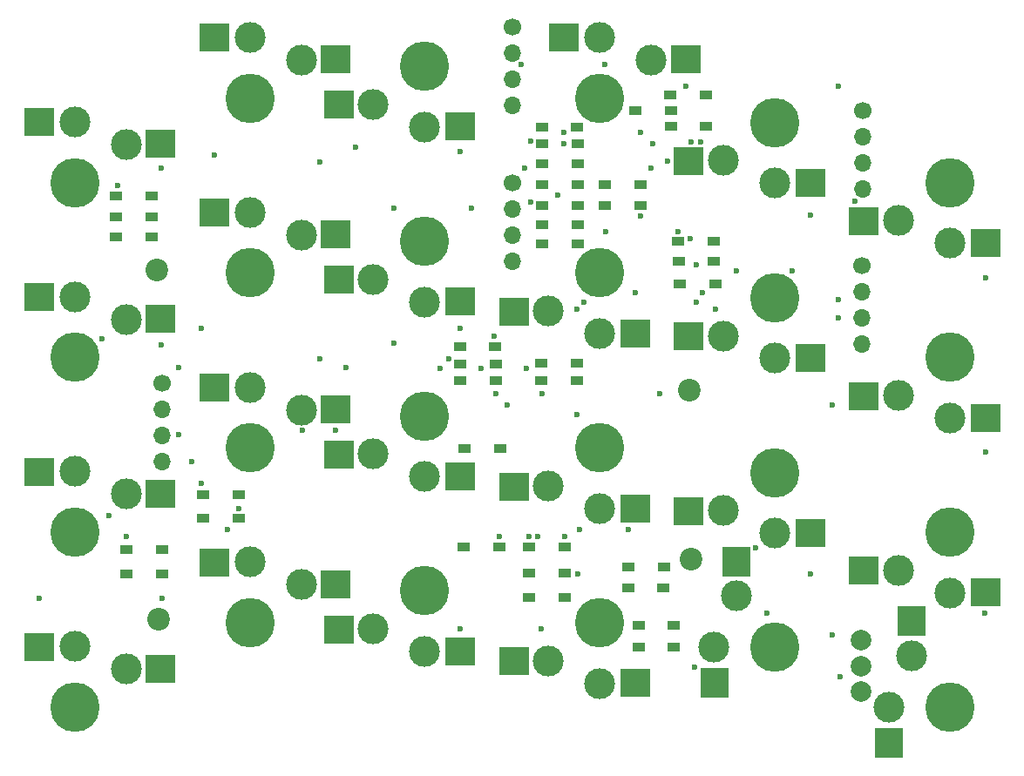
<source format=gbr>
G04 #@! TF.GenerationSoftware,KiCad,Pcbnew,9.0.0*
G04 #@! TF.CreationDate,2025-04-21T18:53:58+09:00*
G04 #@! TF.ProjectId,nofy_V2_L,6e6f6679-5f56-4325-9f4c-2e6b69636164,rev?*
G04 #@! TF.SameCoordinates,Original*
G04 #@! TF.FileFunction,Soldermask,Bot*
G04 #@! TF.FilePolarity,Negative*
%FSLAX46Y46*%
G04 Gerber Fmt 4.6, Leading zero omitted, Abs format (unit mm)*
G04 Created by KiCad (PCBNEW 9.0.0) date 2025-04-21 18:53:58*
%MOMM*%
%LPD*%
G01*
G04 APERTURE LIST*
%ADD10R,1.200000X0.950000*%
%ADD11C,3.000000*%
%ADD12C,4.800000*%
%ADD13R,3.000000X2.800000*%
%ADD14R,2.850000X2.750000*%
%ADD15C,1.700000*%
%ADD16O,1.700000X1.700000*%
%ADD17R,2.800000X3.000000*%
%ADD18R,2.750000X2.850000*%
%ADD19C,2.200000*%
%ADD20C,2.000000*%
%ADD21C,0.600000*%
G04 APERTURE END LIST*
D10*
X82350025Y-50800000D03*
X85800025Y-50800000D03*
D11*
X28600000Y-71250000D03*
D12*
X23600000Y-74950000D03*
D11*
X23600000Y-69050000D03*
D13*
X31950000Y-71200000D03*
D14*
X20125000Y-69075000D03*
D10*
X67750025Y-76400000D03*
X71200025Y-76400000D03*
D15*
X66100000Y-40955000D03*
D16*
X66100000Y-43495000D03*
X66100000Y-46035000D03*
X66100000Y-48575000D03*
D10*
X61400025Y-76400000D03*
X64850025Y-76400000D03*
X75100025Y-41150000D03*
X78550025Y-41150000D03*
D11*
X87900000Y-81150000D03*
D12*
X91600000Y-86150000D03*
D11*
X85700000Y-86150000D03*
D17*
X87850000Y-77800000D03*
D18*
X85725000Y-89625000D03*
D11*
X45600000Y-63050000D03*
D12*
X40600000Y-66750000D03*
D11*
X40600000Y-60850000D03*
D13*
X48950000Y-63000000D03*
D14*
X37125000Y-60875000D03*
D10*
X82200025Y-46700000D03*
X85650025Y-46700000D03*
X27600025Y-46250000D03*
X31050025Y-46250000D03*
D19*
X83430000Y-77560000D03*
D10*
X61053125Y-58600000D03*
X64503125Y-58600000D03*
D11*
X86600000Y-72850000D03*
D12*
X91600000Y-69150000D03*
D11*
X91600000Y-75050000D03*
D13*
X83250000Y-72900000D03*
D14*
X95075000Y-75025000D03*
D10*
X81450025Y-32400000D03*
X84900025Y-32400000D03*
D15*
X66100000Y-25810000D03*
D16*
X66100000Y-28350000D03*
X66100000Y-30890000D03*
X66100000Y-33430000D03*
D10*
X28600025Y-79000000D03*
X32050025Y-79000000D03*
D19*
X31700000Y-83450000D03*
D11*
X86600000Y-55850000D03*
D12*
X91600000Y-52150000D03*
D11*
X91600000Y-58050000D03*
D13*
X83250000Y-55900000D03*
D14*
X95075000Y-58025000D03*
D15*
X100115000Y-33955000D03*
D16*
X100115000Y-36495000D03*
X100115000Y-39035000D03*
X100115000Y-41575000D03*
D11*
X69600000Y-53450000D03*
D12*
X74600000Y-49750000D03*
D11*
X74600000Y-55650000D03*
D13*
X66250000Y-53500000D03*
D14*
X78075000Y-55625000D03*
D10*
X36050025Y-73600000D03*
X39500025Y-73600000D03*
X68900025Y-58550000D03*
X72350025Y-58550000D03*
D11*
X45600000Y-29050000D03*
D12*
X40600000Y-32750000D03*
D11*
X40600000Y-26850000D03*
D13*
X48950000Y-29000000D03*
D14*
X37125000Y-26875000D03*
D11*
X79600000Y-29050000D03*
D12*
X74600000Y-32750000D03*
D11*
X74600000Y-26850000D03*
D13*
X82950000Y-29000000D03*
D14*
X71125000Y-26875000D03*
D11*
X103600000Y-61650000D03*
D12*
X108600000Y-57950000D03*
D11*
X108600000Y-63850000D03*
D13*
X100250000Y-61700000D03*
D14*
X112075000Y-63825000D03*
D11*
X28600000Y-37250000D03*
D12*
X23600000Y-40950000D03*
D11*
X23600000Y-35050000D03*
D13*
X31950000Y-37200000D03*
D14*
X20125000Y-35075000D03*
D10*
X78350025Y-86150000D03*
X81800025Y-86150000D03*
D11*
X45600000Y-46050000D03*
D12*
X40600000Y-49750000D03*
D11*
X40600000Y-43850000D03*
D13*
X48950000Y-46000000D03*
D14*
X37125000Y-43875000D03*
D10*
X36050025Y-71300000D03*
X39500025Y-71300000D03*
D11*
X104900000Y-86950000D03*
D12*
X108600000Y-91950000D03*
D11*
X102700000Y-91950000D03*
D17*
X104850000Y-83600000D03*
D18*
X102725000Y-95425000D03*
D10*
X75100025Y-43200000D03*
X78550025Y-43200000D03*
X69000025Y-46950000D03*
X72450025Y-46950000D03*
X69000025Y-45050000D03*
X72450025Y-45050000D03*
X27600025Y-44250000D03*
X31050025Y-44250000D03*
D11*
X52600000Y-67350000D03*
D12*
X57600000Y-63650000D03*
D11*
X57600000Y-69550000D03*
D13*
X49250000Y-67400000D03*
D14*
X61075000Y-69525000D03*
D19*
X31600000Y-49450000D03*
D10*
X78350025Y-84000000D03*
X81800025Y-84000000D03*
D15*
X100100000Y-49010000D03*
D16*
X100100000Y-51550000D03*
X100100000Y-54090000D03*
X100100000Y-56630000D03*
D11*
X103600000Y-78650000D03*
D12*
X108600000Y-74950000D03*
D11*
X108600000Y-80850000D03*
D13*
X100250000Y-78700000D03*
D14*
X112075000Y-80825000D03*
D10*
X78050025Y-33950000D03*
X81500025Y-33950000D03*
X67750025Y-81300000D03*
X71200025Y-81300000D03*
D11*
X52600000Y-50350000D03*
D12*
X57600000Y-46650000D03*
D11*
X57600000Y-52550000D03*
D13*
X49250000Y-50400000D03*
D14*
X61075000Y-52525000D03*
D10*
X27600025Y-42250000D03*
X31050025Y-42250000D03*
X69000025Y-41150000D03*
X72450025Y-41150000D03*
X61050025Y-60200000D03*
X64500025Y-60200000D03*
D19*
X83300000Y-61150000D03*
D10*
X28600025Y-76650000D03*
X32050025Y-76650000D03*
D11*
X52600000Y-84350000D03*
D12*
X57600000Y-80650000D03*
D11*
X57600000Y-86550000D03*
D13*
X49250000Y-84400000D03*
D14*
X61075000Y-86525000D03*
D11*
X52600000Y-33350000D03*
D12*
X57600000Y-29650000D03*
D11*
X57600000Y-35550000D03*
D13*
X49250000Y-33400000D03*
D14*
X61075000Y-35525000D03*
D10*
X69000025Y-43150000D03*
X72450025Y-43150000D03*
D15*
X32115000Y-60455000D03*
D16*
X32115000Y-62995000D03*
X32115000Y-65535000D03*
X32115000Y-68075000D03*
D10*
X82250025Y-48650000D03*
X85700025Y-48650000D03*
X68950025Y-35600000D03*
X72400025Y-35600000D03*
D11*
X69600000Y-70450000D03*
D12*
X74600000Y-66750000D03*
D11*
X74600000Y-72650000D03*
D13*
X66250000Y-70500000D03*
D14*
X78075000Y-72625000D03*
D10*
X81500025Y-35450000D03*
X84950025Y-35450000D03*
X68900025Y-60200000D03*
X72350025Y-60200000D03*
D11*
X103600000Y-44650000D03*
D12*
X108600000Y-40950000D03*
D11*
X108600000Y-46850000D03*
D13*
X100250000Y-44700000D03*
D14*
X112075000Y-46825000D03*
D11*
X28600000Y-88250000D03*
D12*
X23600000Y-91950000D03*
D11*
X23600000Y-86050000D03*
D13*
X31950000Y-88200000D03*
D14*
X20125000Y-86075000D03*
D10*
X61000025Y-56900000D03*
X64450025Y-56900000D03*
X67750025Y-78900000D03*
X71200025Y-78900000D03*
X69000025Y-37200000D03*
X72450025Y-37200000D03*
D11*
X86587500Y-38825000D03*
D12*
X91587500Y-35125000D03*
D11*
X91587500Y-41025000D03*
D13*
X83237500Y-38875000D03*
D14*
X95062500Y-41000000D03*
D11*
X69600000Y-87450000D03*
D12*
X74600000Y-83750000D03*
D11*
X74600000Y-89650000D03*
D13*
X66250000Y-87500000D03*
D14*
X78075000Y-89625000D03*
D11*
X28600000Y-54250000D03*
D12*
X23600000Y-57950000D03*
D11*
X23600000Y-52050000D03*
D13*
X31950000Y-54200000D03*
D14*
X20125000Y-52075000D03*
D10*
X77353125Y-78359400D03*
X80803125Y-78359400D03*
X61450025Y-66800000D03*
X64900025Y-66800000D03*
X77350025Y-80400000D03*
X80800025Y-80400000D03*
D11*
X45600000Y-80050000D03*
D12*
X40600000Y-83750000D03*
D11*
X40600000Y-77850000D03*
D13*
X48950000Y-80000000D03*
D14*
X37125000Y-77875000D03*
D10*
X69000025Y-39150000D03*
X72450025Y-39150000D03*
D20*
X100000000Y-85450000D03*
X100000000Y-90450000D03*
X100000000Y-87950000D03*
D21*
X26209600Y-56103500D03*
X64300000Y-55850000D03*
X39500000Y-72617500D03*
X26879500Y-73325300D03*
X20125000Y-81416500D03*
X32050000Y-81416500D03*
X35894200Y-55162500D03*
X61075000Y-55162500D03*
X61075000Y-84297300D03*
X68884300Y-84297300D03*
X71125000Y-36066200D03*
X78550000Y-36066200D03*
X84587500Y-51658600D03*
X78075000Y-51658600D03*
X37125000Y-38301500D03*
X84412200Y-36973000D03*
X78550000Y-44186900D03*
X95050000Y-44150000D03*
X93290700Y-49566600D03*
X87858300Y-49571100D03*
X95075000Y-79002100D03*
X72481200Y-79002100D03*
X97788500Y-54090000D03*
X97173300Y-62558200D03*
X97173300Y-84925500D03*
X65638000Y-62558200D03*
X83494800Y-36970500D03*
X61075000Y-37936200D03*
X90805000Y-82822300D03*
X71200000Y-75371400D03*
X89758600Y-76460200D03*
X112028800Y-82822300D03*
X97940200Y-88960000D03*
X83844700Y-88066500D03*
X112075000Y-50216500D03*
X73081100Y-52551300D03*
X83975000Y-48964000D03*
X83975000Y-52551300D03*
X72350000Y-63531400D03*
X112075000Y-67155300D03*
X63080900Y-59046600D03*
X67464000Y-59046600D03*
X59074800Y-59002400D03*
X35887600Y-70223900D03*
X64500000Y-61466600D03*
X68950000Y-61466600D03*
X82200000Y-45717900D03*
X80428600Y-61466600D03*
X75150000Y-45700000D03*
X28600000Y-75367300D03*
X64850000Y-75367300D03*
X68568200Y-75367300D03*
X67750000Y-75367300D03*
X71116900Y-37152100D03*
X27776600Y-41236000D03*
X79728500Y-37152100D03*
X70510000Y-42151600D03*
X72646300Y-74710700D03*
X85800000Y-53273600D03*
X77350000Y-74650000D03*
X38391800Y-74710700D03*
X34974500Y-68075000D03*
X72403400Y-53273600D03*
X54633100Y-43461700D03*
X54633100Y-56564800D03*
X62143200Y-43461700D03*
X66980600Y-29433300D03*
X32025100Y-56703500D03*
X75104200Y-29433300D03*
X59930400Y-58085600D03*
X47407000Y-58085600D03*
X45684900Y-65055600D03*
X48950000Y-64999100D03*
X33679800Y-58968300D03*
X49920100Y-58968300D03*
X33679800Y-65428700D03*
X79617500Y-39558100D03*
X32001100Y-39558100D03*
X82950000Y-31614900D03*
X67271100Y-39558100D03*
X97788500Y-31614900D03*
X97788500Y-52346800D03*
X81226100Y-38889000D03*
X47438800Y-38937300D03*
X83344300Y-46423400D03*
X67892400Y-36967300D03*
X99382000Y-42791000D03*
X67892400Y-42848000D03*
X50889700Y-37538300D03*
M02*

</source>
